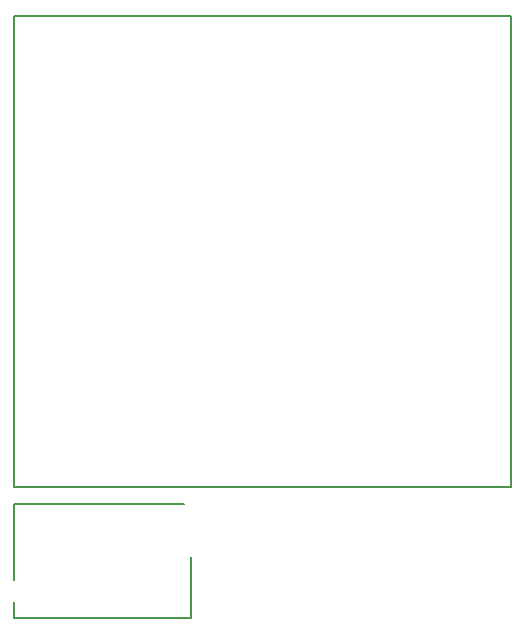
<source format=gto>
G04 #@! TF.GenerationSoftware,KiCad,Pcbnew,8.0.6-8.0.6-0~ubuntu22.04.1*
G04 #@! TF.CreationDate,2024-11-04T20:44:22+00:00*
G04 #@! TF.ProjectId,lowimp121,6c6f7769-6d70-4313-9231-2e6b69636164,rev?*
G04 #@! TF.SameCoordinates,Original*
G04 #@! TF.FileFunction,Legend,Top*
G04 #@! TF.FilePolarity,Positive*
%FSLAX46Y46*%
G04 Gerber Fmt 4.6, Leading zero omitted, Abs format (unit mm)*
G04 Created by KiCad (PCBNEW 8.0.6-8.0.6-0~ubuntu22.04.1) date 2024-11-04 20:44:22*
%MOMM*%
%LPD*%
G01*
G04 APERTURE LIST*
%ADD10C,0.200000*%
G04 APERTURE END LIST*
D10*
G04 #@! TO.C,M1*
X9399998Y14649998D02*
X9399998Y8249998D01*
X9399998Y5049998D02*
X9399998Y6349998D01*
X9399998Y5049998D02*
X24399998Y5049998D01*
X23799998Y14649998D02*
X9399998Y14649998D01*
X24399998Y5049998D02*
X24399998Y10149998D01*
G04 #@! TO.C,M2*
X9399997Y55999995D02*
X50200000Y55999995D01*
X9399997Y16099996D02*
X9399997Y55999995D01*
X9399997Y16099996D02*
X51499997Y16099996D01*
X50200000Y55999995D02*
X51500000Y55999995D01*
X51499997Y16099996D02*
X51500000Y55999995D01*
G04 #@! TD*
M02*

</source>
